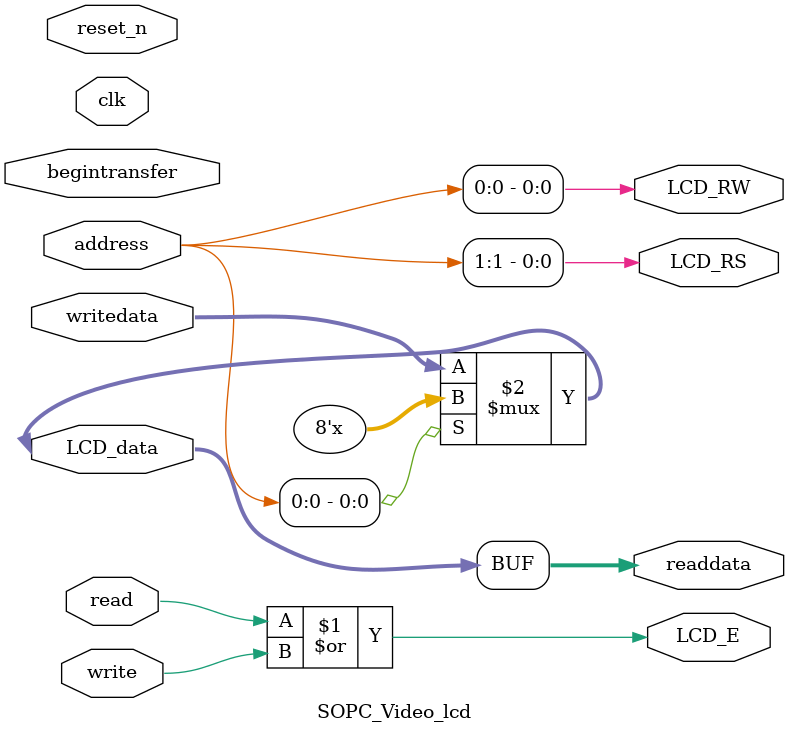
<source format=v>

`timescale 1ns / 1ps
// synthesis translate_on

// turn off superfluous verilog processor warnings 
// altera message_level Level1 
// altera message_off 10034 10035 10036 10037 10230 10240 10030 

module SOPC_Video_lcd (
                        // inputs:
                         address,
                         begintransfer,
                         clk,
                         read,
                         reset_n,
                         write,
                         writedata,

                        // outputs:
                         LCD_E,
                         LCD_RS,
                         LCD_RW,
                         LCD_data,
                         readdata
                      )
;

  output           LCD_E;
  output           LCD_RS;
  output           LCD_RW;
  inout   [  7: 0] LCD_data;
  output  [  7: 0] readdata;
  input   [  1: 0] address;
  input            begintransfer;
  input            clk;
  input            read;
  input            reset_n;
  input            write;
  input   [  7: 0] writedata;

  wire             LCD_E;
  wire             LCD_RS;
  wire             LCD_RW;
  wire    [  7: 0] LCD_data;
  wire    [  7: 0] readdata;
  assign LCD_RW = address[0];
  assign LCD_RS = address[1];
  assign LCD_E = read | write;
  assign LCD_data = (address[0]) ? {8{1'bz}} : writedata;
  assign readdata = LCD_data;
  //control_slave, which is an e_avalon_slave

endmodule


</source>
